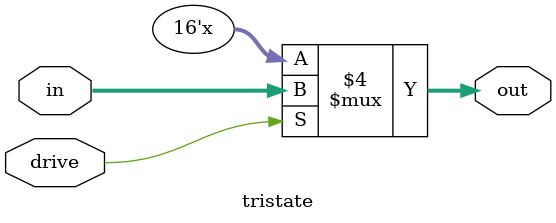
<source format=v>
/*
 * Copyright (c) 2006, Peter M. Chen.  All rights reserved.  This software is
 * supplied as is without expressed or implied warranties of any kind.
 */
module tristate(
    input wire [15:0] in,
    output reg [15:0] out,
    input wire drive);

    always @* begin
        if (drive == 1'b1) begin
            out = in;
        end else begin
            out = {16{1'bz}};
        end
    end

endmodule

</source>
